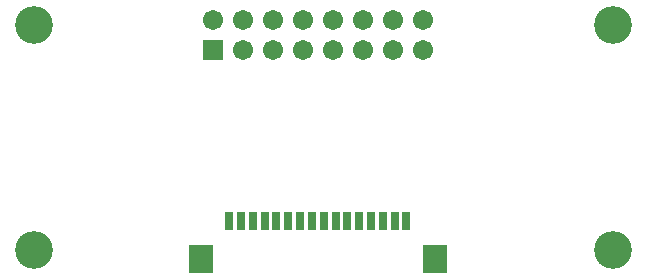
<source format=gbs>
G04*
G04 #@! TF.GenerationSoftware,Altium Limited,Altium Designer,23.8.1 (32)*
G04*
G04 Layer_Color=16711935*
%FSLAX44Y44*%
%MOMM*%
G71*
G04*
G04 #@! TF.SameCoordinates,EABBD3BE-967A-4A3B-942A-E4C863628C70*
G04*
G04*
G04 #@! TF.FilePolarity,Negative*
G04*
G01*
G75*
%ADD16C,1.7032*%
%ADD17R,1.7032X1.7032*%
%ADD18C,3.2032*%
%ADD25R,2.0032X2.4032*%
%ADD26R,0.8032X1.5032*%
D16*
X358900Y224840D02*
D03*
Y199440D02*
D03*
X333500Y224840D02*
D03*
Y199440D02*
D03*
X308100Y224840D02*
D03*
X282700D02*
D03*
X257300D02*
D03*
X231900D02*
D03*
X206500D02*
D03*
X181100D02*
D03*
X308100Y199440D02*
D03*
X282700D02*
D03*
X257300D02*
D03*
X231900D02*
D03*
X206500D02*
D03*
D17*
X181100D02*
D03*
D18*
X520000Y30000D02*
D03*
Y220000D02*
D03*
X30000D02*
D03*
Y30000D02*
D03*
D25*
X171000Y22041D02*
D03*
X369000D02*
D03*
D26*
X315000Y54541D02*
D03*
X305000D02*
D03*
X325000D02*
D03*
X335000D02*
D03*
X345000D02*
D03*
X285000D02*
D03*
X275000D02*
D03*
X295000D02*
D03*
X265000D02*
D03*
X255000D02*
D03*
X245000D02*
D03*
X235000D02*
D03*
X225000D02*
D03*
X215000D02*
D03*
X205000D02*
D03*
X195000D02*
D03*
M02*

</source>
